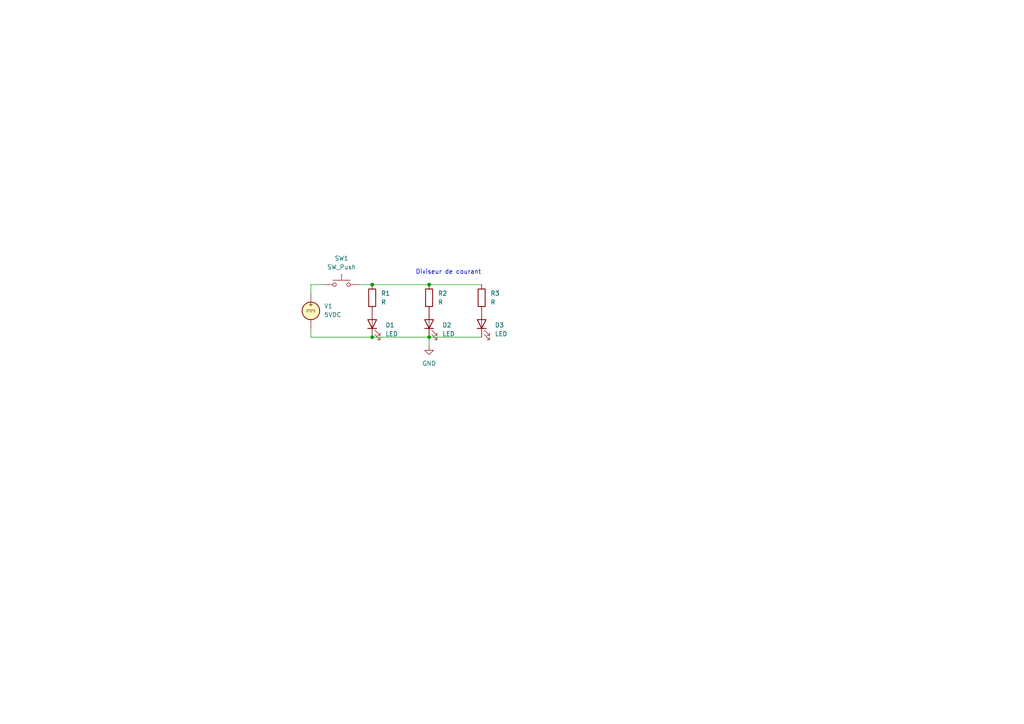
<source format=kicad_sch>
(kicad_sch (version 20250114) (generator "eeschema") (generator_version "9.0")
  (paper "A4")
  (lib_symbols
    (symbol "Device:LED" (pin_numbers (hide yes)) (pin_names (offset 1.016) (hide yes))
      (property "Reference" "D" (at 0 2.54 0))
      (property "Value" "LED" (at 0 -2.54 0))
      (symbol "LED_0_1"
        (polyline (pts (xy -3.048 -0.762) (xy -4.572 -2.286) (xy -3.81 -2.286) (xy -4.572 -2.286) (xy -4.572 -1.524)))
        (polyline (pts (xy -1.778 -0.762) (xy -3.302 -2.286) (xy -2.54 -2.286) (xy -3.302 -2.286) (xy -3.302 -1.524)))
        (polyline (pts (xy -1.27 0) (xy 1.27 0)))
        (polyline (pts (xy -1.27 -1.27) (xy -1.27 1.27)) (stroke (width 0.254)))
        (polyline (pts (xy 1.27 -1.27) (xy 1.27 1.27) (xy -1.27 0) (xy 1.27 -1.27)) (stroke (width 0.254)))
      )
      (symbol "LED_1_1"
        (pin passive line (at -3.81 0 0) (length 2.54) (name "K") (number "1"))
        (pin passive line (at 3.81 0 180) (length 2.54) (name "A") (number "2"))
      )
    )
    (symbol "Device:R" (pin_numbers (hide yes)) (pin_names (offset 0))
      (property "Reference" "R" (at 2.032 0 90))
      (property "Value" "R" (at 0 0 90))
      (symbol "R_0_1"
        (rectangle (start -1.016 -2.54) (end 1.016 2.54) (stroke (width 0.254)))
      )
      (symbol "R_1_1"
        (pin passive line (at 0 3.81 270) (length 1.27) (name "~") (number "1"))
        (pin passive line (at 0 -3.81 90) (length 1.27) (name "~") (number "2"))
      )
    )
    (symbol "Simulation_SPICE:VDC" (pin_numbers (hide yes)) (pin_names (offset 0.0254))
      (property "Reference" "V" (at 2.54 2.54 0))
      (property "Value" "1" (at 2.54 0 0))
      (symbol "VDC_0_0"
        (polyline (pts (xy -1.27 0.254) (xy 1.27 0.254)))
        (polyline (pts (xy -0.762 -0.254) (xy -1.27 -0.254)))
        (polyline (pts (xy 0.254 -0.254) (xy -0.254 -0.254)))
        (polyline (pts (xy 1.27 -0.254) (xy 0.762 -0.254)))
        (text "+" (at 0 1.905 0) (effects (font (size 1.27 1.27))))
      )
      (symbol "VDC_0_1"
        (circle (center 0 0) (radius 2.54) (stroke (width 0.254)) (fill (type background)))
      )
      (symbol "VDC_1_1"
        (pin passive line (at 0 5.08 270) (length 2.54) (name "~") (number "1"))
        (pin passive line (at 0 -5.08 90) (length 2.54) (name "~") (number "2"))
      )
    )
    (symbol "Switch:SW_Push" (pin_numbers (hide yes)) (pin_names (offset 1.016) (hide yes))
      (property "Reference" "SW" (at 1.27 2.54 0))
      (property "Value" "SW_Push" (at 0 -1.524 0))
      (symbol "SW_Push_0_1"
        (circle (center -2.032 0) (radius 0.508))
        (polyline (pts (xy 0 1.27) (xy 0 3.048)))
        (circle (center 2.032 0) (radius 0.508))
        (polyline (pts (xy 2.54 1.27) (xy -2.54 1.27)))
        (pin passive line (at -5.08 0 0) (length 2.54) (name "1") (number "1"))
        (pin passive line (at 5.08 0 180) (length 2.54) (name "2") (number "2"))
      )
    )
    (symbol "power:GND" (power) (pin_numbers (hide yes)) (pin_names (offset 0) (hide yes))
      (property "Value" "GND" (at 0 -3.81 0))
      (symbol "GND_0_1"
        (polyline (pts (xy 0 0) (xy 0 -1.27) (xy 1.27 -1.27) (xy 0 -2.54) (xy -1.27 -1.27) (xy 0 -1.27)))
      )
      (symbol "GND_1_1"
        (pin power_in line (at 0 0 270) (length 0) (name "~") (number "1"))
      )
    )
  )
  (text "Diviseur de courant" (at 130.048 78.994 0) (effects (font (size 1.27 1.27))))
  (junction (at 124.46 97.79))
  (junction (at 124.46 82.55))
  (junction (at 107.95 97.79))
  (junction (at 107.95 82.55))
  (wire (pts (xy 124.46 97.79) (xy 124.46 100.33)))
  (wire (pts (xy 90.17 95.25) (xy 90.17 97.79)))
  (wire (pts (xy 124.46 82.55) (xy 139.7 82.55)))
  (wire (pts (xy 104.14 82.55) (xy 107.95 82.55)))
  (wire (pts (xy 90.17 97.79) (xy 107.95 97.79)))
  (wire (pts (xy 90.17 85.09) (xy 90.17 82.55)))
  (wire (pts (xy 90.17 82.55) (xy 93.98 82.55)))
  (wire (pts (xy 107.95 82.55) (xy 124.46 82.55)))
  (wire (pts (xy 107.95 97.79) (xy 124.46 97.79)))
  (wire (pts (xy 124.46 97.79) (xy 139.7 97.79)))
  (symbol (lib_id "Switch:SW_Push") (at 99.06 82.55 0) (unit 1)
    (property "Reference" "SW1" (at 99.06 74.93 0))
    (property "Value" "SW_Push" (at 99.06 77.47 0))
    (property "Description" "Push button switch, generic, two pins" (effects (hide yes)))
  )
  (symbol (lib_id "Device:R") (at 107.95 86.36 0) (unit 1)
    (property "Reference" "R1" (at 110.49 85.0899 0) (effects (justify left)))
    (property "Value" "R" (at 110.49 87.6299 0) (effects (justify left)))
    (property "Description" "Resistor" (effects (hide yes)))
  )
  (symbol (lib_id "power:GND") (at 124.46 100.33 0) (unit 1)
    (property "Reference" "#PWR01" (effects (hide yes)))
    (property "Value" "GND" (at 124.46 105.41 0))
    (property "Description" "Power symbol creates a global label with name \"GND\" , ground" (effects (hide yes)))
  )
  (symbol (lib_id "Device:LED") (at 124.46 93.98 90) (unit 1)
    (property "Reference" "D2" (at 128.27 94.2974 90) (effects (justify right)))
    (property "Value" "LED" (at 128.27 96.8374 90) (effects (justify right)))
    (property "Description" "Light emitting diode" (effects (hide yes)))
    (property "Sim.Pins" "1=K 2=A" (effects (hide yes)))
  )
  (symbol (lib_id "Simulation_SPICE:VDC") (at 90.17 90.17 0) (unit 1)
    (property "Reference" "V1" (at 93.98 88.7701 0) (effects (justify left)))
    (property "Value" "5VDC" (at 93.98 91.3101 0) (effects (justify left)))
    (property "Datasheet" "https://ngspice.sourceforge.io/docs/ngspice-html-manual/manual.xhtml#sec_Independent_Sources_for" (effects (hide yes)))
    (property "Description" "Voltage source, DC" (effects (hide yes)))
    (property "Sim.Pins" "1=+ 2=-" (effects (hide yes)))
    (property "Sim.Type" "DC" (effects (hide yes)))
    (property "Sim.Device" "V" (effects (hide yes)))
  )
  (symbol (lib_id "Device:R") (at 124.46 86.36 0) (unit 1)
    (property "Reference" "R2" (at 127 85.0899 0) (effects (justify left)))
    (property "Value" "R" (at 127 87.6299 0) (effects (justify left)))
    (property "Description" "Resistor" (effects (hide yes)))
  )
  (symbol (lib_id "Device:R") (at 139.7 86.36 0) (unit 1)
    (property "Reference" "R3" (at 142.24 85.0899 0) (effects (justify left)))
    (property "Value" "R" (at 142.24 87.6299 0) (effects (justify left)))
    (property "Description" "Resistor" (effects (hide yes)))
  )
  (symbol (lib_id "Device:LED") (at 139.7 93.98 90) (unit 1)
    (property "Reference" "D3" (at 143.51 94.2974 90) (effects (justify right)))
    (property "Value" "LED" (at 143.51 96.8374 90) (effects (justify right)))
    (property "Description" "Light emitting diode" (effects (hide yes)))
    (property "Sim.Pins" "1=K 2=A" (effects (hide yes)))
  )
  (symbol (lib_id "Device:LED") (at 107.95 93.98 90) (unit 1)
    (property "Reference" "D1" (at 111.76 94.2974 90) (effects (justify right)))
    (property "Value" "LED" (at 111.76 96.8374 90) (effects (justify right)))
    (property "Description" "Light emitting diode" (effects (hide yes)))
    (property "Sim.Pins" "1=K 2=A" (effects (hide yes)))
  )
)
</source>
